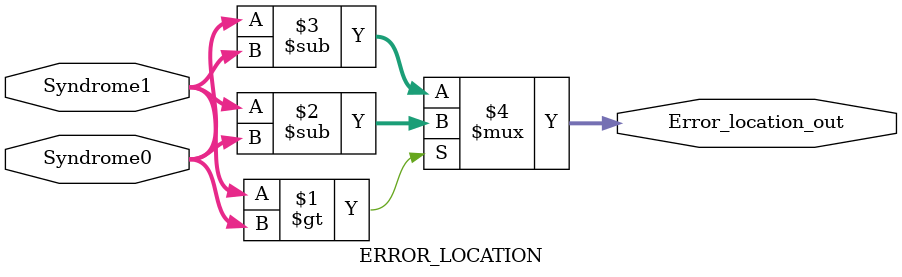
<source format=sv>
module ERROR_LOCATION(input [7:0] Syndrome0,
                      input [7:0] Syndrome1,
                      output [7:0] Error_location_out);
  // Syndome0 : 8bit Syndrome 0 입력
  // Syndrome1 : 8bit syndrome 1 입력
  // Error location out : Syndrome1/Syndrome0 의 절댓값 출력 => CE 경우라면 0~7이 나올 것임

   assign Error_location_out = (Syndrome1 > Syndrome0) ? Syndrome1-Syndrome0 : Syndrome0-Syndrome1;

endmodule



</source>
